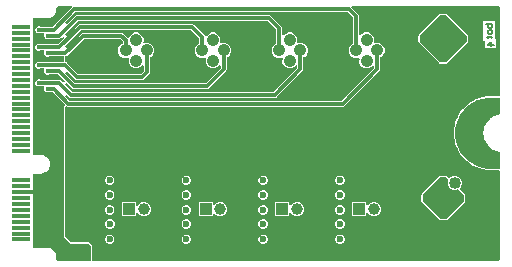
<source format=gbl>
G04*
G04 #@! TF.GenerationSoftware,Altium Limited,Altium Designer,22.11.1 (43)*
G04*
G04 Layer_Physical_Order=4*
G04 Layer_Color=16711680*
%FSLAX44Y44*%
%MOMM*%
G71*
G04*
G04 #@! TF.SameCoordinates,C7E27A77-0888-4956-AA08-943BE8D70555*
G04*
G04*
G04 #@! TF.FilePolarity,Positive*
G04*
G01*
G75*
%ADD13C,0.1500*%
%ADD21R,1.5000X0.3500*%
%ADD29C,1.5700*%
%ADD30R,1.5700X1.5700*%
%ADD32R,1.0000X1.0000*%
%ADD33C,1.0000*%
%ADD34C,0.3000*%
%ADD36C,1.5300*%
%ADD37C,1.0200*%
%ADD38C,1.0500*%
%ADD39C,0.6000*%
%ADD40C,0.4000*%
G36*
X55219Y257490D02*
X55462Y256566D01*
X38944Y240049D01*
X29186D01*
X28097Y240500D01*
X26903D01*
X25801Y240043D01*
X24957Y239199D01*
X24500Y238097D01*
Y236903D01*
X24957Y235801D01*
X25801Y234957D01*
X26903Y234500D01*
X28097D01*
X29186Y234951D01*
X31549D01*
X32242Y233681D01*
X32000Y233097D01*
Y231903D01*
X32457Y230801D01*
X33301Y229957D01*
X34403Y229500D01*
X35597D01*
X36686Y229951D01*
X45000D01*
X45975Y230145D01*
X46802Y230698D01*
X47590Y231485D01*
X49121Y231423D01*
X49577Y230823D01*
X49571Y230676D01*
X43944Y225049D01*
X29186D01*
X28097Y225500D01*
X26903D01*
X25801Y225043D01*
X24957Y224199D01*
X24500Y223097D01*
Y221903D01*
X24957Y220801D01*
X25801Y219957D01*
X26903Y219500D01*
X28097D01*
X29186Y219951D01*
X31549D01*
X32242Y218681D01*
X32000Y218097D01*
Y216903D01*
X32457Y215801D01*
X33301Y214957D01*
X34403Y214500D01*
X35597D01*
X36686Y214951D01*
X48918D01*
Y210049D01*
X29186D01*
X28097Y210500D01*
X26903D01*
X25801Y210043D01*
X24957Y209199D01*
X24500Y208097D01*
Y206903D01*
X24957Y205801D01*
X25801Y204957D01*
X26903Y204500D01*
X28097D01*
X29186Y204951D01*
X31549D01*
X32242Y203681D01*
X32000Y203097D01*
Y201903D01*
X32457Y200801D01*
X33301Y199957D01*
X34403Y199500D01*
X35597D01*
X36686Y199951D01*
X43944D01*
X49571Y194324D01*
X49577Y194177D01*
X49121Y193577D01*
X47590Y193515D01*
X46802Y194302D01*
X45975Y194855D01*
X45000Y195049D01*
X29186D01*
X28097Y195500D01*
X26903D01*
X25801Y195043D01*
X24957Y194199D01*
X24500Y193097D01*
Y191903D01*
X24957Y190801D01*
X25801Y189957D01*
X26903Y189500D01*
X28097D01*
X29186Y189951D01*
X31549D01*
X32242Y188681D01*
X32000Y188097D01*
Y186903D01*
X32457Y185801D01*
X33301Y184957D01*
X34403Y184500D01*
X35597D01*
X36686Y184951D01*
X38944D01*
X49660Y174236D01*
X49584Y173728D01*
X49235Y172902D01*
X49133Y172656D01*
X48964Y172451D01*
X48980Y172288D01*
X48918Y172136D01*
Y62500D01*
X48918Y62500D01*
X49235Y61735D01*
X54235Y56735D01*
X55000Y56418D01*
X69552D01*
X71418Y54552D01*
Y42039D01*
X43345D01*
X42039Y43345D01*
Y45750D01*
X42019Y45849D01*
X42029Y45950D01*
X41933Y46925D01*
X41846Y47212D01*
X41788Y47506D01*
X41041Y49308D01*
X40599Y49970D01*
X39220Y51349D01*
X38558Y51791D01*
X36756Y52538D01*
X36462Y52596D01*
X36175Y52683D01*
X35200Y52779D01*
X35099Y52769D01*
X35000Y52789D01*
X22540D01*
Y95710D01*
Y104290D01*
Y115711D01*
X29000D01*
X29099Y115731D01*
X29200Y115721D01*
X30370Y115836D01*
X30657Y115923D01*
X30951Y115981D01*
X33114Y116877D01*
X33775Y117319D01*
X35431Y118975D01*
X35873Y119636D01*
X36769Y121799D01*
X36827Y122093D01*
X36914Y122380D01*
X37029Y123550D01*
X37010Y123750D01*
X37029Y123950D01*
X36914Y125120D01*
X36827Y125407D01*
X36769Y125701D01*
X35873Y127864D01*
X35431Y128525D01*
X33775Y130181D01*
X33775Y130181D01*
X33114Y130623D01*
X30951Y131519D01*
X30657Y131577D01*
X30370Y131664D01*
X29200Y131779D01*
X29099Y131770D01*
X29000Y131789D01*
X22540D01*
Y247211D01*
X35000D01*
X35099Y247230D01*
X35200Y247221D01*
X36175Y247317D01*
X36462Y247404D01*
X36756Y247462D01*
X38558Y248209D01*
X38558Y248209D01*
X39220Y248651D01*
X39220Y248651D01*
X40599Y250030D01*
X40599Y250030D01*
X41041Y250692D01*
X41788Y252494D01*
X41846Y252788D01*
X41933Y253075D01*
X42029Y254050D01*
X42019Y254150D01*
X42039Y254250D01*
Y256337D01*
X43402Y257836D01*
X54977D01*
X55219Y257490D01*
D02*
G37*
G36*
X98471Y227924D02*
Y225709D01*
X97479Y225299D01*
X95721Y223540D01*
X94770Y221243D01*
Y218757D01*
X95721Y216460D01*
X97479Y214701D01*
X99777Y213750D01*
X102263D01*
X103142Y214114D01*
X104114Y213142D01*
X103750Y212263D01*
Y209776D01*
X104701Y207479D01*
X106460Y205721D01*
X108757Y204770D01*
X111243D01*
X113540Y205721D01*
X115161Y207342D01*
X115805Y207244D01*
X116431Y206953D01*
Y202536D01*
X113944Y200049D01*
X61056D01*
X51802Y209302D01*
X50975Y209855D01*
X50000Y210049D01*
Y214951D01*
X50975Y215145D01*
X51802Y215698D01*
X66056Y229951D01*
X96444D01*
X98471Y227924D01*
D02*
G37*
G36*
X163471Y230424D02*
Y225709D01*
X162479Y225299D01*
X160721Y223540D01*
X159770Y221243D01*
Y218757D01*
X160721Y216460D01*
X162479Y214701D01*
X164777Y213750D01*
X167263D01*
X168142Y214114D01*
X169114Y213142D01*
X168750Y212263D01*
Y209776D01*
X169701Y207479D01*
X171460Y205721D01*
X173757Y204770D01*
X176243D01*
X178540Y205721D01*
X180161Y207342D01*
X180805Y207244D01*
X181431Y206953D01*
Y205036D01*
X168944Y192549D01*
X58556D01*
X50042Y201063D01*
X50150Y202127D01*
X51308Y202587D01*
X58198Y195698D01*
X59025Y195145D01*
X60000Y194951D01*
X115000D01*
X115976Y195145D01*
X116802Y195698D01*
X120783Y199678D01*
X121335Y200505D01*
X121529Y201480D01*
Y214291D01*
X122521Y214701D01*
X124279Y216460D01*
X125230Y218757D01*
Y221243D01*
X124279Y223540D01*
X122521Y225299D01*
X120224Y226250D01*
X117737D01*
X116858Y225886D01*
X115886Y226858D01*
X116250Y227737D01*
Y230223D01*
X115299Y232521D01*
X113540Y234279D01*
X111243Y235230D01*
X108757D01*
X106460Y234279D01*
X104701Y232521D01*
X104122Y231123D01*
X103368Y230925D01*
X102670Y230935D01*
X99302Y234302D01*
X98476Y234855D01*
X97500Y235049D01*
X65000D01*
X64025Y234855D01*
X63198Y234302D01*
X51308Y222413D01*
X50150Y222873D01*
X50042Y223937D01*
X63556Y237451D01*
X156444D01*
X163471Y230424D01*
D02*
G37*
G36*
X228471Y237924D02*
Y225709D01*
X227479Y225299D01*
X225721Y223540D01*
X224770Y221243D01*
Y218757D01*
X225721Y216460D01*
X227479Y214701D01*
X229777Y213750D01*
X232263D01*
X233142Y214114D01*
X234114Y213142D01*
X233750Y212263D01*
Y209776D01*
X234701Y207479D01*
X236460Y205721D01*
X238757Y204770D01*
X241243D01*
X243540Y205721D01*
X245161Y207342D01*
X245805Y207244D01*
X246431Y206953D01*
Y205036D01*
X226444Y185049D01*
X56056D01*
X50042Y191063D01*
X50150Y192127D01*
X51308Y192587D01*
X55698Y188198D01*
X56525Y187645D01*
X57500Y187451D01*
X170000D01*
X170975Y187645D01*
X171802Y188198D01*
X185783Y202178D01*
X186335Y203005D01*
X186529Y203980D01*
Y214291D01*
X187521Y214701D01*
X189279Y216460D01*
X190230Y218757D01*
Y221243D01*
X189279Y223540D01*
X187521Y225299D01*
X185224Y226250D01*
X182737D01*
X181858Y225886D01*
X180886Y226858D01*
X181250Y227737D01*
Y230223D01*
X180299Y232521D01*
X178540Y234279D01*
X176243Y235230D01*
X173757D01*
X171460Y234279D01*
X169701Y232521D01*
X169671Y232447D01*
X169109Y232379D01*
X168329Y232525D01*
X167822Y233283D01*
X159302Y241802D01*
X158476Y242355D01*
X157500Y242549D01*
X62500D01*
X61525Y242355D01*
X60698Y241802D01*
X51308Y232413D01*
X50150Y232873D01*
X50042Y233937D01*
X61056Y244951D01*
X221444D01*
X228471Y237924D01*
D02*
G37*
G36*
X417961Y256531D02*
Y181123D01*
X417900Y181082D01*
X407639D01*
X407556Y181048D01*
X407470Y181069D01*
X402806Y180330D01*
X402729Y180284D01*
X402640Y180291D01*
X398149Y178831D01*
X398082Y178773D01*
X397993Y178766D01*
X393785Y176623D01*
X393727Y176555D01*
X393640Y176534D01*
X389820Y173758D01*
X389773Y173682D01*
X389691Y173648D01*
X386352Y170309D01*
X386318Y170226D01*
X386242Y170180D01*
X383466Y166360D01*
X383445Y166273D01*
X383377Y166215D01*
X381233Y162007D01*
X381226Y161918D01*
X381168Y161850D01*
X379709Y157359D01*
X379716Y157270D01*
X379670Y157194D01*
X378931Y152530D01*
X378952Y152444D01*
X378918Y152361D01*
Y147639D01*
X378952Y147556D01*
X378931Y147470D01*
X379670Y142806D01*
X379716Y142730D01*
X379709Y142640D01*
X381168Y138149D01*
X381226Y138082D01*
X381233Y137992D01*
X383377Y133785D01*
X383445Y133727D01*
X383466Y133640D01*
X386242Y129820D01*
X386318Y129773D01*
X386352Y129691D01*
X389691Y126352D01*
X389773Y126318D01*
X389820Y126242D01*
X393640Y123466D01*
X393727Y123445D01*
X393785Y123377D01*
X397993Y121233D01*
X398082Y121226D01*
X398149Y121168D01*
X402640Y119709D01*
X402729Y119716D01*
X402806Y119670D01*
X407470Y118931D01*
X407556Y118952D01*
X407639Y118918D01*
X416691Y118918D01*
X417961Y117673D01*
Y43345D01*
X416655Y42039D01*
X72500D01*
Y55000D01*
X70000Y57500D01*
X55000D01*
X50000Y62500D01*
Y172136D01*
X51270Y172815D01*
X51525Y172645D01*
X52500Y172451D01*
X285000D01*
X285975Y172645D01*
X286802Y173198D01*
X315783Y202178D01*
X316335Y203005D01*
X316529Y203980D01*
Y214291D01*
X317521Y214701D01*
X319279Y216460D01*
X320230Y218757D01*
Y221243D01*
X319279Y223540D01*
X317521Y225299D01*
X315223Y226250D01*
X312737D01*
X311858Y225886D01*
X310886Y226858D01*
X311250Y227737D01*
Y230223D01*
X310299Y232521D01*
X308540Y234279D01*
X306243Y235230D01*
X303757D01*
X301460Y234279D01*
X299839Y232658D01*
X299195Y232756D01*
X298569Y233047D01*
Y248980D01*
X298375Y249956D01*
X297822Y250783D01*
X292038Y256566D01*
X292281Y257490D01*
X292523Y257836D01*
X416655D01*
X417961Y256531D01*
D02*
G37*
G36*
X293471Y247924D02*
Y225709D01*
X292479Y225299D01*
X290721Y223540D01*
X289770Y221243D01*
Y218757D01*
X290721Y216460D01*
X292479Y214701D01*
X294777Y213750D01*
X297263D01*
X298142Y214114D01*
X299114Y213142D01*
X298750Y212263D01*
Y209776D01*
X299701Y207479D01*
X301460Y205721D01*
X303757Y204770D01*
X306243D01*
X308540Y205721D01*
X310161Y207342D01*
X310805Y207244D01*
X311431Y206953D01*
Y205036D01*
X283944Y177549D01*
X53556D01*
X50042Y181063D01*
X50150Y182127D01*
X51308Y182587D01*
X53198Y180698D01*
X54025Y180145D01*
X55000Y179951D01*
X227500D01*
X228475Y180145D01*
X229302Y180698D01*
X250783Y202178D01*
X251335Y203005D01*
X251529Y203980D01*
Y214291D01*
X252521Y214701D01*
X254279Y216460D01*
X255230Y218757D01*
Y221243D01*
X254279Y223540D01*
X252521Y225299D01*
X250224Y226250D01*
X247737D01*
X246858Y225886D01*
X245886Y226858D01*
X246250Y227737D01*
Y230223D01*
X245299Y232521D01*
X243540Y234279D01*
X241243Y235230D01*
X238757D01*
X236460Y234279D01*
X234839Y232658D01*
X234195Y232756D01*
X233569Y233047D01*
Y238980D01*
X233375Y239956D01*
X232822Y240783D01*
X224302Y249302D01*
X223475Y249855D01*
X222500Y250049D01*
X60000D01*
X59025Y249855D01*
X58198Y249302D01*
X51308Y242413D01*
X50150Y242873D01*
X50042Y243937D01*
X58556Y252451D01*
X288944D01*
X293471Y247924D01*
D02*
G37*
G36*
X417900Y180000D02*
X417961Y179959D01*
Y165879D01*
X415538Y165397D01*
X415353Y165320D01*
X415156Y165281D01*
X412620Y164231D01*
X412453Y164119D01*
X412267Y164042D01*
X409986Y162518D01*
X409844Y162376D01*
X409677Y162264D01*
X407736Y160323D01*
X407624Y160156D01*
X407482Y160014D01*
X405958Y157732D01*
X405881Y157547D01*
X405769Y157380D01*
X404719Y154844D01*
X404680Y154647D01*
X404603Y154462D01*
X404067Y151770D01*
Y151619D01*
X404031Y151472D01*
X403963Y150100D01*
X403978Y150000D01*
X403963Y149900D01*
X404031Y148528D01*
X404067Y148381D01*
Y148230D01*
X404603Y145538D01*
X404680Y145353D01*
X404719Y145156D01*
X405769Y142620D01*
X405881Y142453D01*
X405957Y142268D01*
X407482Y139986D01*
X407624Y139844D01*
X407736Y139677D01*
X409676Y137736D01*
X409843Y137624D01*
X409985Y137482D01*
X412267Y135957D01*
X412453Y135881D01*
X412620Y135769D01*
X415155Y134719D01*
X415352Y134680D01*
X415538Y134603D01*
X417961Y134121D01*
Y120831D01*
X417900Y120764D01*
Y120000D01*
X410000Y120000D01*
X407639D01*
X402975Y120739D01*
X398484Y122198D01*
X394277Y124342D01*
X390456Y127117D01*
X390456D01*
X388056Y129517D01*
X387117Y130456D01*
X387117Y130456D01*
D01*
X384342Y134276D01*
Y134277D01*
X382198Y138484D01*
X380739Y142975D01*
X380000Y147639D01*
Y152361D01*
X380739Y157025D01*
X382198Y161516D01*
X384342Y165723D01*
D01*
X387117Y169544D01*
Y169544D01*
X389517Y171944D01*
X390456Y172883D01*
X390456Y172883D01*
D01*
X394277Y175658D01*
X394277D01*
X398484Y177802D01*
X402975Y179261D01*
X407639Y180000D01*
X417900D01*
Y180000D01*
D02*
G37*
%LPC*%
G36*
X414000Y245000D02*
X404002D01*
Y228337D01*
X405002D01*
Y221668D01*
X415000D01*
Y230000D01*
X414000D01*
Y245000D01*
D02*
G37*
G36*
X372500Y251082D02*
X367500D01*
X366735Y250765D01*
X366735Y250765D01*
X349235Y233265D01*
X348918Y232500D01*
Y227500D01*
X349235Y226735D01*
X366735Y209235D01*
X367500Y208918D01*
X372500D01*
X373265Y209235D01*
X390765Y226735D01*
X390765Y226735D01*
X391082Y227500D01*
Y232500D01*
X391082Y232500D01*
X390765Y233265D01*
X390765Y233265D01*
X373265Y250765D01*
X372500Y251082D01*
D02*
G37*
G36*
X381013Y113900D02*
X378587D01*
X376345Y112971D01*
X374952Y111579D01*
X373265Y113265D01*
X372500Y113582D01*
X367500D01*
X366735Y113265D01*
X366735Y113265D01*
X351735Y98265D01*
X351418Y97500D01*
Y92500D01*
X351735Y91735D01*
X351735Y91735D01*
X366735Y76735D01*
D01*
X367500Y76418D01*
X372500D01*
X373265Y76735D01*
X373265Y76735D01*
X388265Y91735D01*
X388265Y91735D01*
X388582Y92500D01*
Y97500D01*
X388582Y97500D01*
X388265Y98265D01*
X383579Y102952D01*
X384971Y104345D01*
X385900Y106587D01*
Y109013D01*
X384971Y111255D01*
X383255Y112971D01*
X381013Y113900D01*
D02*
G37*
G36*
X218296Y114002D02*
X216704D01*
X215234Y113392D01*
X214109Y112267D01*
X213500Y110797D01*
Y109206D01*
X214109Y107736D01*
X215234Y106610D01*
X216704Y106002D01*
X218296D01*
X219766Y106610D01*
X220891Y107736D01*
X221500Y109206D01*
Y110797D01*
X220891Y112267D01*
X219766Y113392D01*
X218296Y114002D01*
D02*
G37*
G36*
X283296Y114000D02*
X281704D01*
X280234Y113391D01*
X279109Y112266D01*
X278500Y110796D01*
Y109204D01*
X279109Y107734D01*
X280234Y106609D01*
X281704Y106000D01*
X283296D01*
X284766Y106609D01*
X285891Y107734D01*
X286500Y109204D01*
Y110796D01*
X285891Y112266D01*
X284766Y113391D01*
X283296Y114000D01*
D02*
G37*
G36*
X153296D02*
X151704D01*
X150234Y113391D01*
X149109Y112266D01*
X148500Y110796D01*
Y109204D01*
X149109Y107734D01*
X150234Y106609D01*
X151704Y106000D01*
X153296D01*
X154766Y106609D01*
X155891Y107734D01*
X156500Y109204D01*
Y110796D01*
X155891Y112266D01*
X154766Y113391D01*
X153296Y114000D01*
D02*
G37*
G36*
X88296D02*
X86704D01*
X85234Y113391D01*
X84109Y112266D01*
X83500Y110796D01*
Y109204D01*
X84109Y107734D01*
X85234Y106609D01*
X86704Y106000D01*
X88296D01*
X89766Y106609D01*
X90891Y107734D01*
X91500Y109204D01*
Y110796D01*
X90891Y112266D01*
X89766Y113391D01*
X88296Y114000D01*
D02*
G37*
G36*
X218296Y101502D02*
X216704D01*
X215234Y100892D01*
X214109Y99767D01*
X213500Y98297D01*
Y96706D01*
X214109Y95236D01*
X215234Y94110D01*
X216704Y93502D01*
X218296D01*
X219766Y94110D01*
X220891Y95236D01*
X221500Y96706D01*
Y98297D01*
X220891Y99767D01*
X219766Y100892D01*
X218296Y101502D01*
D02*
G37*
G36*
X283296Y101500D02*
X281704D01*
X280234Y100891D01*
X279109Y99766D01*
X278500Y98296D01*
Y96704D01*
X279109Y95234D01*
X280234Y94109D01*
X281704Y93500D01*
X283296D01*
X284766Y94109D01*
X285891Y95234D01*
X286500Y96704D01*
Y98296D01*
X285891Y99766D01*
X284766Y100891D01*
X283296Y101500D01*
D02*
G37*
G36*
X153296D02*
X151704D01*
X150234Y100891D01*
X149109Y99766D01*
X148500Y98296D01*
Y96704D01*
X149109Y95234D01*
X150234Y94109D01*
X151704Y93500D01*
X153296D01*
X154766Y94109D01*
X155891Y95234D01*
X156500Y96704D01*
Y98296D01*
X155891Y99766D01*
X154766Y100891D01*
X153296Y101500D01*
D02*
G37*
G36*
X88296D02*
X86704D01*
X85234Y100891D01*
X84109Y99766D01*
X83500Y98296D01*
Y96704D01*
X84109Y95234D01*
X85234Y94109D01*
X86704Y93500D01*
X88296D01*
X89766Y94109D01*
X90891Y95234D01*
X91500Y96704D01*
Y98296D01*
X90891Y99766D01*
X89766Y100891D01*
X88296Y101500D01*
D02*
G37*
G36*
X247444Y91500D02*
X245056D01*
X242851Y90587D01*
X241163Y88899D01*
X241020Y88552D01*
X239750Y88805D01*
Y91500D01*
X227750D01*
Y79500D01*
X239750D01*
Y82195D01*
X241020Y82448D01*
X241163Y82101D01*
X242851Y80414D01*
X245056Y79500D01*
X247444D01*
X249649Y80414D01*
X251337Y82101D01*
X252250Y84306D01*
Y86693D01*
X251337Y88899D01*
X249649Y90587D01*
X247444Y91500D01*
D02*
G37*
G36*
X182444D02*
X180056D01*
X177851Y90587D01*
X176164Y88899D01*
X176020Y88552D01*
X174750Y88805D01*
Y91500D01*
X162750D01*
Y79500D01*
X174750D01*
Y82195D01*
X176020Y82448D01*
X176164Y82101D01*
X177851Y80414D01*
X180056Y79500D01*
X182444D01*
X184649Y80414D01*
X186337Y82101D01*
X187250Y84306D01*
Y86693D01*
X186337Y88899D01*
X184649Y90587D01*
X182444Y91500D01*
D02*
G37*
G36*
X117444D02*
X115056D01*
X112851Y90587D01*
X111164Y88899D01*
X111020Y88552D01*
X109750Y88805D01*
Y91500D01*
X97750D01*
Y79500D01*
X109750D01*
Y82195D01*
X111020Y82448D01*
X111164Y82101D01*
X112851Y80414D01*
X115056Y79500D01*
X117444D01*
X119649Y80414D01*
X121337Y82101D01*
X122250Y84306D01*
Y86693D01*
X121337Y88899D01*
X119649Y90587D01*
X117444Y91500D01*
D02*
G37*
G36*
X312444D02*
X310056D01*
X307851Y90587D01*
X306163Y88899D01*
X306020Y88552D01*
X304750Y88805D01*
Y91500D01*
X292750D01*
Y79500D01*
X304750D01*
Y82195D01*
X306020Y82448D01*
X306163Y82101D01*
X307851Y80414D01*
X310056Y79500D01*
X312444D01*
X314649Y80414D01*
X316337Y82101D01*
X317250Y84306D01*
Y86693D01*
X316337Y88899D01*
X314649Y90587D01*
X312444Y91500D01*
D02*
G37*
G36*
X218296Y89002D02*
X216704D01*
X215234Y88392D01*
X214109Y87267D01*
X213500Y85797D01*
Y84206D01*
X214109Y82736D01*
X215234Y81610D01*
X216704Y81002D01*
X218296D01*
X219766Y81610D01*
X220891Y82736D01*
X221500Y84206D01*
Y85797D01*
X220891Y87267D01*
X219766Y88392D01*
X218296Y89002D01*
D02*
G37*
G36*
X283296Y89000D02*
X281704D01*
X280234Y88391D01*
X279109Y87266D01*
X278500Y85796D01*
Y84204D01*
X279109Y82734D01*
X280234Y81609D01*
X281704Y81000D01*
X283296D01*
X284766Y81609D01*
X285891Y82734D01*
X286500Y84204D01*
Y85796D01*
X285891Y87266D01*
X284766Y88391D01*
X283296Y89000D01*
D02*
G37*
G36*
X153296D02*
X151704D01*
X150234Y88391D01*
X149109Y87266D01*
X148500Y85796D01*
Y84204D01*
X149109Y82734D01*
X150234Y81609D01*
X151704Y81000D01*
X153296D01*
X154766Y81609D01*
X155891Y82734D01*
X156500Y84204D01*
Y85796D01*
X155891Y87266D01*
X154766Y88391D01*
X153296Y89000D01*
D02*
G37*
G36*
X88296D02*
X86704D01*
X85234Y88391D01*
X84109Y87266D01*
X83500Y85796D01*
Y84204D01*
X84109Y82734D01*
X85234Y81609D01*
X86704Y81000D01*
X88296D01*
X89766Y81609D01*
X90891Y82734D01*
X91500Y84204D01*
Y85796D01*
X90891Y87266D01*
X89766Y88391D01*
X88296Y89000D01*
D02*
G37*
G36*
X218296Y77002D02*
X216704D01*
X215234Y76392D01*
X214109Y75267D01*
X213500Y73797D01*
Y72206D01*
X214109Y70736D01*
X215234Y69611D01*
X216704Y69001D01*
X218296D01*
X219766Y69611D01*
X220891Y70736D01*
X221500Y72206D01*
Y73797D01*
X220891Y75267D01*
X219766Y76392D01*
X218296Y77002D01*
D02*
G37*
G36*
X283296Y77000D02*
X281704D01*
X280234Y76391D01*
X279109Y75266D01*
X278500Y73796D01*
Y72204D01*
X279109Y70734D01*
X280234Y69609D01*
X281704Y69000D01*
X283296D01*
X284766Y69609D01*
X285891Y70734D01*
X286500Y72204D01*
Y73796D01*
X285891Y75266D01*
X284766Y76391D01*
X283296Y77000D01*
D02*
G37*
G36*
X153296D02*
X151704D01*
X150234Y76391D01*
X149109Y75266D01*
X148500Y73796D01*
Y72204D01*
X149109Y70734D01*
X150234Y69609D01*
X151704Y69000D01*
X153296D01*
X154766Y69609D01*
X155891Y70734D01*
X156500Y72204D01*
Y73796D01*
X155891Y75266D01*
X154766Y76391D01*
X153296Y77000D01*
D02*
G37*
G36*
X88546D02*
X86954D01*
X85484Y76391D01*
X84359Y75266D01*
X83750Y73796D01*
Y72204D01*
X84359Y70734D01*
X85484Y69609D01*
X86954Y69000D01*
X88546D01*
X90016Y69609D01*
X91141Y70734D01*
X91750Y72204D01*
Y73796D01*
X91141Y75266D01*
X90016Y76391D01*
X88546Y77000D01*
D02*
G37*
G36*
X218296Y64001D02*
X216704D01*
X215234Y63393D01*
X214109Y62267D01*
X213500Y60797D01*
Y59206D01*
X214109Y57736D01*
X215234Y56610D01*
X216704Y56002D01*
X218296D01*
X219766Y56610D01*
X220891Y57736D01*
X221500Y59206D01*
Y60797D01*
X220891Y62267D01*
X219766Y63393D01*
X218296Y64001D01*
D02*
G37*
G36*
X283296Y64000D02*
X281704D01*
X280234Y63391D01*
X279109Y62266D01*
X278500Y60796D01*
Y59204D01*
X279109Y57734D01*
X280234Y56609D01*
X281704Y56000D01*
X283296D01*
X284766Y56609D01*
X285891Y57734D01*
X286500Y59204D01*
Y60796D01*
X285891Y62266D01*
X284766Y63391D01*
X283296Y64000D01*
D02*
G37*
G36*
X153296D02*
X151704D01*
X150234Y63391D01*
X149109Y62266D01*
X148500Y60796D01*
Y59204D01*
X149109Y57734D01*
X150234Y56609D01*
X151704Y56000D01*
X153296D01*
X154766Y56609D01*
X155891Y57734D01*
X156500Y59204D01*
Y60796D01*
X155891Y62266D01*
X154766Y63391D01*
X153296Y64000D01*
D02*
G37*
G36*
X88296D02*
X86704D01*
X85234Y63391D01*
X84109Y62266D01*
X83500Y60796D01*
Y59204D01*
X84109Y57734D01*
X85234Y56609D01*
X86704Y56000D01*
X88296D01*
X89766Y56609D01*
X90891Y57734D01*
X91500Y59204D01*
Y60796D01*
X90891Y62266D01*
X89766Y63391D01*
X88296Y64000D01*
D02*
G37*
%LPD*%
G36*
X390000Y232500D02*
Y227500D01*
X390000D01*
X372500Y210000D01*
X367500D01*
X350000Y227500D01*
Y232500D01*
X367500Y250000D01*
Y250000D01*
X372500D01*
X390000Y232500D01*
D02*
G37*
G36*
X374370Y110630D02*
X373700Y109013D01*
Y106587D01*
X374629Y104345D01*
X376345Y102629D01*
X378587Y101700D01*
X381013D01*
X382630Y102370D01*
X387500Y97500D01*
Y92500D01*
X387500D01*
X372500Y77500D01*
X367500D01*
X352500Y92500D01*
Y97500D01*
X367500Y112500D01*
X372500D01*
X374370Y110630D01*
D02*
G37*
D13*
X406502Y242500D02*
X411500D01*
Y240001D01*
X410667Y239168D01*
X409834D01*
X409001D01*
X408168Y240001D01*
Y242500D01*
X411500Y236669D02*
Y235002D01*
X410667Y234169D01*
X409001D01*
X408168Y235002D01*
Y236669D01*
X409001Y237502D01*
X410667D01*
X411500Y236669D01*
X407335Y231670D02*
X408168D01*
Y232503D01*
Y230837D01*
Y231670D01*
X410667D01*
X411500Y230837D01*
X412500Y225001D02*
X407502D01*
X410001Y227500D01*
Y224168D01*
D21*
X12500Y240000D02*
D03*
Y235000D02*
D03*
Y230000D02*
D03*
Y225000D02*
D03*
Y220000D02*
D03*
Y215000D02*
D03*
Y210000D02*
D03*
Y205000D02*
D03*
Y200000D02*
D03*
Y195000D02*
D03*
Y190000D02*
D03*
Y185000D02*
D03*
Y180000D02*
D03*
Y175000D02*
D03*
Y170000D02*
D03*
Y165000D02*
D03*
Y160000D02*
D03*
Y155000D02*
D03*
Y150000D02*
D03*
Y145000D02*
D03*
Y140000D02*
D03*
Y135000D02*
D03*
Y110000D02*
D03*
Y105000D02*
D03*
Y100000D02*
D03*
Y95000D02*
D03*
Y90000D02*
D03*
Y85000D02*
D03*
Y80000D02*
D03*
Y75000D02*
D03*
Y70000D02*
D03*
Y65000D02*
D03*
Y60000D02*
D03*
D29*
X370000Y179600D02*
D03*
D30*
Y230400D02*
D03*
D32*
X298750Y85500D02*
D03*
X168750D02*
D03*
X233750D02*
D03*
X103750D02*
D03*
D33*
X311250D02*
D03*
X181250D02*
D03*
X246250D02*
D03*
X116250D02*
D03*
D34*
X29188Y100000D02*
X31688Y102500D01*
X32500D01*
X12500Y100000D02*
X29188D01*
X165000Y221020D02*
X166020Y220000D01*
X166020D01*
X157500Y240000D02*
X166020Y231480D01*
X165000Y221020D02*
X166020Y222040D01*
Y231480D01*
X183980Y203980D02*
Y220000D01*
X170000Y190000D02*
X183980Y203980D01*
X40000Y187500D02*
X52500Y175000D01*
X35000Y187500D02*
X40000D01*
X45000Y192500D02*
X55000Y182500D01*
X27500Y192500D02*
X45000D01*
X45000Y202500D02*
X57500Y190000D01*
X35000Y202500D02*
X45000D01*
X50000Y207500D02*
X60000Y197500D01*
X27500Y207500D02*
X50000D01*
X50000Y217500D02*
X65000Y232500D01*
X35000Y217500D02*
X50000D01*
X45000Y222500D02*
X62500Y240000D01*
X157500D01*
X27500Y222500D02*
X45000D01*
X45000Y232500D02*
X60000Y247500D01*
X35000Y232500D02*
X45000D01*
X40000Y237500D02*
X57500Y255000D01*
X290000D01*
X27500Y237500D02*
X40000D01*
X60000Y197500D02*
X115000D01*
X118980Y201480D01*
Y220000D01*
X57500Y190000D02*
X170000D01*
X227500Y182500D02*
X248980Y203980D01*
X55000Y182500D02*
X227500D01*
X52500Y175000D02*
X285000D01*
X313980Y203980D01*
Y220000D01*
X248980Y203980D02*
Y220000D01*
X60000Y247500D02*
X222500D01*
X231020Y238980D01*
Y220000D02*
Y238980D01*
X290000Y255000D02*
X296020Y248980D01*
Y220000D02*
Y248980D01*
X296020Y220000D02*
X296020Y220000D01*
X296020Y220000D02*
X296020D01*
X97500Y232500D02*
X101020Y228980D01*
X65000Y232500D02*
X97500D01*
X101020Y220000D02*
Y228980D01*
D36*
X370000Y95000D02*
D03*
Y65000D02*
D03*
D37*
X379800Y107800D02*
D03*
D38*
X175000Y211020D02*
D03*
X166020Y220000D02*
D03*
X183980D02*
D03*
X175000Y228980D02*
D03*
X240000Y211020D02*
D03*
X231020Y220000D02*
D03*
X248980D02*
D03*
X240000Y228980D02*
D03*
X305000Y211020D02*
D03*
X296020Y220000D02*
D03*
X313980D02*
D03*
X305000Y228980D02*
D03*
X110000Y211020D02*
D03*
X101020Y220000D02*
D03*
X118980D02*
D03*
X110000Y228980D02*
D03*
D39*
X152500Y60000D02*
D03*
X162496Y145000D02*
D03*
X149996D02*
D03*
X172496Y137500D02*
D03*
X45000Y57500D02*
D03*
X32500Y72500D02*
D03*
Y87500D02*
D03*
Y102500D02*
D03*
Y145000D02*
D03*
Y160000D02*
D03*
Y175000D02*
D03*
X357500Y55000D02*
D03*
X382500Y75000D02*
D03*
X357500D02*
D03*
Y190000D02*
D03*
Y172500D02*
D03*
X382500Y190000D02*
D03*
X355000Y230000D02*
D03*
X370000Y245000D02*
D03*
X385000Y230000D02*
D03*
X370000Y215000D02*
D03*
Y107500D02*
D03*
X357500Y95000D02*
D03*
X370000Y82500D02*
D03*
X382500Y95000D02*
D03*
Y172500D02*
D03*
Y55000D02*
D03*
X280000Y145000D02*
D03*
Y137500D02*
D03*
X292500Y145000D02*
D03*
Y137500D02*
D03*
X302500D02*
D03*
X215000Y145000D02*
D03*
Y137500D02*
D03*
X227500Y145000D02*
D03*
Y137500D02*
D03*
X237500D02*
D03*
X149996Y137500D02*
D03*
X162496D02*
D03*
X322500Y50000D02*
D03*
Y62500D02*
D03*
X332500D02*
D03*
Y50000D02*
D03*
X257500D02*
D03*
Y62500D02*
D03*
X267500D02*
D03*
Y50000D02*
D03*
X192500D02*
D03*
Y62500D02*
D03*
X202500D02*
D03*
Y50000D02*
D03*
X217500Y60002D02*
D03*
Y73001D02*
D03*
Y85001D02*
D03*
Y97501D02*
D03*
Y110001D02*
D03*
X282500Y60000D02*
D03*
Y73000D02*
D03*
Y85000D02*
D03*
Y97500D02*
D03*
Y110000D02*
D03*
X152500Y73000D02*
D03*
Y85000D02*
D03*
Y97500D02*
D03*
Y110000D02*
D03*
X70000Y80000D02*
D03*
X57500D02*
D03*
X87500Y110000D02*
D03*
Y97500D02*
D03*
Y85000D02*
D03*
X87750Y73000D02*
D03*
X87500Y60000D02*
D03*
X137500Y50000D02*
D03*
Y62500D02*
D03*
X127500D02*
D03*
Y50000D02*
D03*
X107500Y137500D02*
D03*
X97500D02*
D03*
Y145000D02*
D03*
X85000Y137500D02*
D03*
Y145000D02*
D03*
D40*
X35000Y202500D02*
D03*
X35000Y187500D02*
D03*
X27500Y192500D02*
D03*
X27500Y207500D02*
D03*
X35000Y217500D02*
D03*
X27500Y222500D02*
D03*
X35000Y232500D02*
D03*
X27500Y237500D02*
D03*
M02*

</source>
